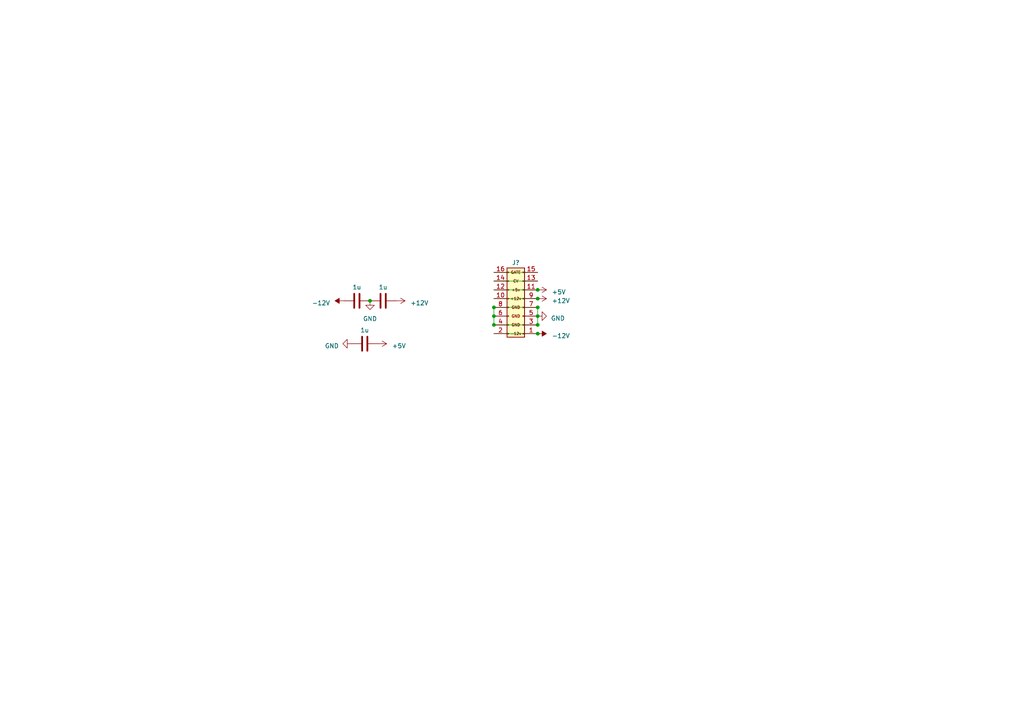
<source format=kicad_sch>
(kicad_sch (version 20230121) (generator eeschema)

  (uuid b7b6c31b-9558-4fd5-8543-c924aa78b4d6)

  (paper "A4")

  (lib_symbols
    (symbol "EuroRackTools:EuroPower16" (pin_names (offset 1.016) hide) (in_bom yes) (on_board yes)
      (property "Reference" "J" (at 1.27 10.16 0)
        (effects (font (size 1.27 1.27)))
      )
      (property "Value" "EuroPower16" (at 1.27 -12.7 0)
        (effects (font (size 1.27 1.27)) hide)
      )
      (property "Footprint" "Connector_IDC:IDC-Header_2x08_P2.54mm_Vertical_SMD" (at 1.524 -18.034 0)
        (effects (font (size 1.27 1.27)) hide)
      )
      (property "Datasheet" "~" (at 1.524 -15.367 0)
        (effects (font (size 1.27 1.27)) hide)
      )
      (property "lcsc" "C383608" (at 5.08 12.7 0)
        (effects (font (size 1.27 1.27)) hide)
      )
      (property "ki_keywords" "connector" (at 0 0 0)
        (effects (font (size 1.27 1.27)) hide)
      )
      (property "ki_description" "Generic connector, double row, 02x08, odd/even pin numbering scheme (row 1 odd numbers, row 2 even numbers), script generated (kicad-library-utils/schlib/autogen/connector/)" (at 0 0 0)
        (effects (font (size 1.27 1.27)) hide)
      )
      (property "ki_fp_filters" "Connector*:*_2x??_*" (at 0 0 0)
        (effects (font (size 1.27 1.27)) hide)
      )
      (symbol "EuroPower16_0_0"
        (text "+12v" (at 1.27 0 0)
          (effects (font (size 0.8 0.8)))
        )
        (text "+5v" (at 1.27 2.54 0)
          (effects (font (size 0.8 0.8)))
        )
        (text "-12v" (at 1.27 -10.16 0)
          (effects (font (size 0.8 0.8)))
        )
        (text "CV" (at 1.27 5.08 0)
          (effects (font (size 0.8 0.8)))
        )
        (text "GATE" (at 1.27 7.62 0)
          (effects (font (size 0.8 0.8)))
        )
        (text "GND" (at 1.27 -7.62 0)
          (effects (font (size 0.8 0.8)))
        )
        (text "GND" (at 1.27 -5.08 0)
          (effects (font (size 0.8 0.8)))
        )
        (text "GND" (at 1.27 -2.54 0)
          (effects (font (size 0.8 0.8)))
        )
      )
      (symbol "EuroPower16_1_1"
        (rectangle (start -1.27 -10.033) (end -0.762 -10.287)
          (stroke (width 0.1524) (type default))
          (fill (type none))
        )
        (rectangle (start -1.27 -7.493) (end -0.762 -7.747)
          (stroke (width 0.1524) (type default))
          (fill (type none))
        )
        (rectangle (start -1.27 -4.953) (end -0.762 -5.207)
          (stroke (width 0.1524) (type default))
          (fill (type none))
        )
        (rectangle (start -1.27 -2.413) (end -0.762 -2.667)
          (stroke (width 0.1524) (type default))
          (fill (type none))
        )
        (rectangle (start -1.27 0.127) (end -0.762 -0.127)
          (stroke (width 0.1524) (type default))
          (fill (type none))
        )
        (rectangle (start -1.27 2.667) (end -0.762 2.413)
          (stroke (width 0.1524) (type default))
          (fill (type none))
        )
        (rectangle (start -1.27 5.207) (end -0.762 4.953)
          (stroke (width 0.1524) (type default))
          (fill (type none))
        )
        (rectangle (start -1.27 7.747) (end -0.762 7.493)
          (stroke (width 0.1524) (type default))
          (fill (type none))
        )
        (rectangle (start -1.27 8.89) (end 3.81 -11.176)
          (stroke (width 0.254) (type default))
          (fill (type background))
        )
        (rectangle (start 3.302 -10.033) (end 3.81 -10.287)
          (stroke (width 0.1524) (type default))
          (fill (type none))
        )
        (rectangle (start 3.302 -7.493) (end 3.81 -7.747)
          (stroke (width 0.1524) (type default))
          (fill (type none))
        )
        (rectangle (start 3.302 -4.953) (end 3.81 -5.207)
          (stroke (width 0.1524) (type default))
          (fill (type none))
        )
        (rectangle (start 3.302 -2.413) (end 3.81 -2.667)
          (stroke (width 0.1524) (type default))
          (fill (type none))
        )
        (rectangle (start 3.302 0.127) (end 3.81 -0.127)
          (stroke (width 0.1524) (type default))
          (fill (type none))
        )
        (rectangle (start 3.302 2.667) (end 3.81 2.413)
          (stroke (width 0.1524) (type default))
          (fill (type none))
        )
        (rectangle (start 3.302 5.207) (end 3.81 4.953)
          (stroke (width 0.1524) (type default))
          (fill (type none))
        )
        (rectangle (start 3.302 7.747) (end 3.81 7.493)
          (stroke (width 0.1524) (type default))
          (fill (type none))
        )
        (pin power_out line (at 7.62 -10.16 180) (length 3.81)
          (name "-12v_R" (effects (font (size 1.27 1.27))))
          (number "1" (effects (font (size 1.27 1.27))))
        )
        (pin power_out line (at -5.08 0 0) (length 3.81)
          (name "+12V_L" (effects (font (size 1.27 1.27))))
          (number "10" (effects (font (size 1.27 1.27))))
        )
        (pin power_out line (at 7.62 2.54 180) (length 3.81)
          (name "+5v_R" (effects (font (size 1.27 1.27))))
          (number "11" (effects (font (size 1.27 1.27))))
        )
        (pin power_out line (at -5.08 2.54 0) (length 3.81)
          (name "+5v_L" (effects (font (size 1.27 1.27))))
          (number "12" (effects (font (size 1.27 1.27))))
        )
        (pin passive line (at 7.62 5.08 180) (length 3.81)
          (name "CV_R" (effects (font (size 1.27 1.27))))
          (number "13" (effects (font (size 1.27 1.27))))
        )
        (pin passive line (at -5.08 5.08 0) (length 3.81)
          (name "CV_L" (effects (font (size 1.27 1.27))))
          (number "14" (effects (font (size 1.27 1.27))))
        )
        (pin passive line (at 7.62 7.62 180) (length 3.81)
          (name "GATE_R" (effects (font (size 1.27 1.27))))
          (number "15" (effects (font (size 1.27 1.27))))
        )
        (pin passive line (at -5.08 7.62 0) (length 3.81)
          (name "GATE_L" (effects (font (size 1.27 1.27))))
          (number "16" (effects (font (size 1.27 1.27))))
        )
        (pin power_out line (at -5.08 -10.16 0) (length 3.81)
          (name "-12v_L" (effects (font (size 1.27 1.27))))
          (number "2" (effects (font (size 1.27 1.27))))
        )
        (pin power_out line (at 7.62 -7.62 180) (length 3.81)
          (name "GND" (effects (font (size 1.27 1.27))))
          (number "3" (effects (font (size 1.27 1.27))))
        )
        (pin power_out line (at -5.08 -7.62 0) (length 3.81)
          (name "GND" (effects (font (size 1.27 1.27))))
          (number "4" (effects (font (size 1.27 1.27))))
        )
        (pin power_out line (at 7.62 -5.08 180) (length 3.81)
          (name "GND_R3" (effects (font (size 1.27 1.27))))
          (number "5" (effects (font (size 1.27 1.27))))
        )
        (pin power_out line (at -5.08 -5.08 0) (length 3.81)
          (name "GND_L3" (effects (font (size 1.27 1.27))))
          (number "6" (effects (font (size 1.27 1.27))))
        )
        (pin power_out line (at 7.62 -2.54 180) (length 3.81)
          (name "GND_R2" (effects (font (size 1.27 1.27))))
          (number "7" (effects (font (size 1.27 1.27))))
        )
        (pin power_out line (at -5.08 -2.54 0) (length 3.81)
          (name "GND_L2" (effects (font (size 1.27 1.27))))
          (number "8" (effects (font (size 1.27 1.27))))
        )
        (pin power_out line (at 7.62 0 180) (length 3.81)
          (name "+12V_R" (effects (font (size 1.27 1.27))))
          (number "9" (effects (font (size 1.27 1.27))))
        )
      )
    )
    (symbol "kpm-jlcpcb-basic:1u C 0603" (pin_numbers hide) (pin_names (offset 0.254)) (in_bom yes) (on_board yes)
      (property "Reference" "C" (at -1.27 6.35 0)
        (effects (font (size 1.27 1.27)) hide)
      )
      (property "Value" "1u" (at -0.635 3.81 0)
        (effects (font (size 1.27 1.27)))
      )
      (property "Footprint" "kpm-jlcpcb-basic:C_0603_1608Metric" (at 13.97 1.27 90)
        (effects (font (size 1.27 1.27)) hide)
      )
      (property "Datasheet" "https://datasheet.lcsc.com/lcsc/1810261812_Samsung-Electro-Mechanics-CL10A105KB8NNNC_C15849.pdf" (at -6.35 6.35 90)
        (effects (font (size 1.27 1.27)) hide)
      )
      (property "LCSC" "C15849" (at -1.27 -1.905 0)
        (effects (font (size 1.27 1.27)) hide)
      )
      (property "ki_keywords" "C capacitor" (at 0 0 0)
        (effects (font (size 1.27 1.27)) hide)
      )
      (property "ki_description" "Samsung Electro-Mechanics CL10A105KB8NNNC" (at 0 0 0)
        (effects (font (size 1.27 1.27)) hide)
      )
      (property "ki_fp_filters" "R_*" (at 0 0 0)
        (effects (font (size 1.27 1.27)) hide)
      )
      (symbol "1u C 0603_0_1"
        (polyline
          (pts
            (xy -1.397 -2.667)
            (xy -1.397 1.397)
          )
          (stroke (width 0.508) (type default))
          (fill (type none))
        )
        (polyline
          (pts
            (xy 0.127 -2.667)
            (xy 0.127 1.397)
          )
          (stroke (width 0.508) (type default))
          (fill (type none))
        )
      )
      (symbol "1u C 0603_1_1"
        (pin passive line (at -4.445 -0.635 0) (length 2.794)
          (name "~" (effects (font (size 1.27 1.27))))
          (number "1" (effects (font (size 1.27 1.27))))
        )
        (pin passive line (at 3.175 -0.635 180) (length 2.794)
          (name "~" (effects (font (size 1.27 1.27))))
          (number "2" (effects (font (size 1.27 1.27))))
        )
      )
    )
    (symbol "power:+12V" (power) (pin_names (offset 0)) (in_bom yes) (on_board yes)
      (property "Reference" "#PWR" (at 0 -3.81 0)
        (effects (font (size 1.27 1.27)) hide)
      )
      (property "Value" "+12V" (at 0 3.556 0)
        (effects (font (size 1.27 1.27)))
      )
      (property "Footprint" "" (at 0 0 0)
        (effects (font (size 1.27 1.27)) hide)
      )
      (property "Datasheet" "" (at 0 0 0)
        (effects (font (size 1.27 1.27)) hide)
      )
      (property "ki_keywords" "global power" (at 0 0 0)
        (effects (font (size 1.27 1.27)) hide)
      )
      (property "ki_description" "Power symbol creates a global label with name \"+12V\"" (at 0 0 0)
        (effects (font (size 1.27 1.27)) hide)
      )
      (symbol "+12V_0_1"
        (polyline
          (pts
            (xy -0.762 1.27)
            (xy 0 2.54)
          )
          (stroke (width 0) (type default))
          (fill (type none))
        )
        (polyline
          (pts
            (xy 0 0)
            (xy 0 2.54)
          )
          (stroke (width 0) (type default))
          (fill (type none))
        )
        (polyline
          (pts
            (xy 0 2.54)
            (xy 0.762 1.27)
          )
          (stroke (width 0) (type default))
          (fill (type none))
        )
      )
      (symbol "+12V_1_1"
        (pin power_in line (at 0 0 90) (length 0) hide
          (name "+12V" (effects (font (size 1.27 1.27))))
          (number "1" (effects (font (size 1.27 1.27))))
        )
      )
    )
    (symbol "power:+5V" (power) (pin_names (offset 0)) (in_bom yes) (on_board yes)
      (property "Reference" "#PWR" (at 0 -3.81 0)
        (effects (font (size 1.27 1.27)) hide)
      )
      (property "Value" "+5V" (at 0 3.556 0)
        (effects (font (size 1.27 1.27)))
      )
      (property "Footprint" "" (at 0 0 0)
        (effects (font (size 1.27 1.27)) hide)
      )
      (property "Datasheet" "" (at 0 0 0)
        (effects (font (size 1.27 1.27)) hide)
      )
      (property "ki_keywords" "global power" (at 0 0 0)
        (effects (font (size 1.27 1.27)) hide)
      )
      (property "ki_description" "Power symbol creates a global label with name \"+5V\"" (at 0 0 0)
        (effects (font (size 1.27 1.27)) hide)
      )
      (symbol "+5V_0_1"
        (polyline
          (pts
            (xy -0.762 1.27)
            (xy 0 2.54)
          )
          (stroke (width 0) (type default))
          (fill (type none))
        )
        (polyline
          (pts
            (xy 0 0)
            (xy 0 2.54)
          )
          (stroke (width 0) (type default))
          (fill (type none))
        )
        (polyline
          (pts
            (xy 0 2.54)
            (xy 0.762 1.27)
          )
          (stroke (width 0) (type default))
          (fill (type none))
        )
      )
      (symbol "+5V_1_1"
        (pin power_in line (at 0 0 90) (length 0) hide
          (name "+5V" (effects (font (size 1.27 1.27))))
          (number "1" (effects (font (size 1.27 1.27))))
        )
      )
    )
    (symbol "power:-12V" (power) (pin_names (offset 0)) (in_bom yes) (on_board yes)
      (property "Reference" "#PWR" (at 0 2.54 0)
        (effects (font (size 1.27 1.27)) hide)
      )
      (property "Value" "-12V" (at 0 3.81 0)
        (effects (font (size 1.27 1.27)))
      )
      (property "Footprint" "" (at 0 0 0)
        (effects (font (size 1.27 1.27)) hide)
      )
      (property "Datasheet" "" (at 0 0 0)
        (effects (font (size 1.27 1.27)) hide)
      )
      (property "ki_keywords" "global power" (at 0 0 0)
        (effects (font (size 1.27 1.27)) hide)
      )
      (property "ki_description" "Power symbol creates a global label with name \"-12V\"" (at 0 0 0)
        (effects (font (size 1.27 1.27)) hide)
      )
      (symbol "-12V_0_0"
        (pin power_in line (at 0 0 90) (length 0) hide
          (name "-12V" (effects (font (size 1.27 1.27))))
          (number "1" (effects (font (size 1.27 1.27))))
        )
      )
      (symbol "-12V_0_1"
        (polyline
          (pts
            (xy 0 0)
            (xy 0 1.27)
            (xy 0.762 1.27)
            (xy 0 2.54)
            (xy -0.762 1.27)
            (xy 0 1.27)
          )
          (stroke (width 0) (type default))
          (fill (type outline))
        )
      )
    )
    (symbol "power:GND" (power) (pin_names (offset 0)) (in_bom yes) (on_board yes)
      (property "Reference" "#PWR" (at 0 -6.35 0)
        (effects (font (size 1.27 1.27)) hide)
      )
      (property "Value" "GND" (at 0 -3.81 0)
        (effects (font (size 1.27 1.27)))
      )
      (property "Footprint" "" (at 0 0 0)
        (effects (font (size 1.27 1.27)) hide)
      )
      (property "Datasheet" "" (at 0 0 0)
        (effects (font (size 1.27 1.27)) hide)
      )
      (property "ki_keywords" "global power" (at 0 0 0)
        (effects (font (size 1.27 1.27)) hide)
      )
      (property "ki_description" "Power symbol creates a global label with name \"GND\" , ground" (at 0 0 0)
        (effects (font (size 1.27 1.27)) hide)
      )
      (symbol "GND_0_1"
        (polyline
          (pts
            (xy 0 0)
            (xy 0 -1.27)
            (xy 1.27 -1.27)
            (xy 0 -2.54)
            (xy -1.27 -1.27)
            (xy 0 -1.27)
          )
          (stroke (width 0) (type default))
          (fill (type none))
        )
      )
      (symbol "GND_1_1"
        (pin power_in line (at 0 0 270) (length 0) hide
          (name "GND" (effects (font (size 1.27 1.27))))
          (number "1" (effects (font (size 1.27 1.27))))
        )
      )
    )
  )

  (junction (at 155.956 89.154) (diameter 0) (color 0 0 0 0)
    (uuid 2277ea08-3cc4-410c-b4cc-08f120190611)
  )
  (junction (at 143.256 89.154) (diameter 0) (color 0 0 0 0)
    (uuid 508ad54d-7924-4f1f-b0d6-9ef359bd6575)
  )
  (junction (at 155.956 91.694) (diameter 0) (color 0 0 0 0)
    (uuid 74107846-b626-42ad-a3b7-a751b87368d3)
  )
  (junction (at 143.256 91.694) (diameter 0) (color 0 0 0 0)
    (uuid 8166069d-c595-4f35-b92a-d471fbdb9594)
  )
  (junction (at 155.956 86.614) (diameter 0) (color 0 0 0 0)
    (uuid 8b47f14a-95c6-460e-8230-2177497d3d60)
  )
  (junction (at 155.956 96.774) (diameter 0) (color 0 0 0 0)
    (uuid a8c179e1-006b-4b30-bf79-7da3377aec34)
  )
  (junction (at 155.956 84.074) (diameter 0) (color 0 0 0 0)
    (uuid cdeb7fe1-99ac-4228-bf09-550ebb551e21)
  )
  (junction (at 143.256 94.234) (diameter 0) (color 0 0 0 0)
    (uuid d0aed141-4ae4-4133-9167-1e9744267719)
  )
  (junction (at 107.315 87.249) (diameter 0) (color 0 0 0 0)
    (uuid e1746dde-9710-426a-89f7-123f92b10449)
  )
  (junction (at 155.956 94.234) (diameter 0) (color 0 0 0 0)
    (uuid e8868eb2-5ee2-43fc-8af1-4c671d235473)
  )

  (wire (pts (xy 155.956 91.694) (xy 155.956 89.154))
    (stroke (width 0) (type default))
    (uuid 09a86bcb-1c46-4d6c-8d7f-b8960099df24)
  )
  (wire (pts (xy 143.256 96.774) (xy 155.956 96.774))
    (stroke (width 0) (type default))
    (uuid 2546b4ef-03d0-4b0c-8065-0af21411ec74)
  )
  (wire (pts (xy 143.256 78.994) (xy 155.956 78.994))
    (stroke (width 0) (type default))
    (uuid 2d726dfd-b26b-49a5-8155-c8c818d6022b)
  )
  (wire (pts (xy 143.256 84.074) (xy 155.956 84.074))
    (stroke (width 0) (type default))
    (uuid 36efe82f-b94e-4e00-b78e-0b84cfde170d)
  )
  (wire (pts (xy 143.256 91.694) (xy 143.256 94.234))
    (stroke (width 0) (type default))
    (uuid 73e6b664-43f2-4de6-b617-3a3e45e91d43)
  )
  (wire (pts (xy 143.256 86.614) (xy 155.956 86.614))
    (stroke (width 0) (type default))
    (uuid b105d6a5-1264-4569-be91-70abe7e0c59c)
  )
  (wire (pts (xy 143.256 89.154) (xy 143.256 91.694))
    (stroke (width 0) (type default))
    (uuid bd1729e4-1999-4686-9e05-f9280384746b)
  )
  (wire (pts (xy 155.956 89.154) (xy 143.256 89.154))
    (stroke (width 0) (type default))
    (uuid c1f1beeb-9193-4d79-9e91-fc9fd1eedd84)
  )
  (wire (pts (xy 143.256 81.534) (xy 155.956 81.534))
    (stroke (width 0) (type default))
    (uuid d4ea1865-5975-4776-9da2-c24662d3072e)
  )
  (wire (pts (xy 155.956 94.234) (xy 155.956 91.694))
    (stroke (width 0) (type default))
    (uuid daef28f4-347b-4136-9dc3-ecf41e4ecc51)
  )
  (wire (pts (xy 143.256 94.234) (xy 155.956 94.234))
    (stroke (width 0) (type default))
    (uuid edc5ab32-9309-4272-9b82-21b6a9b8eebf)
  )

  (symbol (lib_id "kpm-jlcpcb-basic:1u C 0603") (at 104.14 86.614 0) (unit 1)
    (in_bom yes) (on_board yes) (dnp no) (fields_autoplaced)
    (uuid 0b2315d1-d731-4bbf-8361-02d5cca3cfd5)
    (property "Reference" "C?" (at 102.87 80.264 0)
      (effects (font (size 1.27 1.27)) hide)
    )
    (property "Value" "1u" (at 103.505 83.312 0)
      (effects (font (size 1.27 1.27)))
    )
    (property "Footprint" "kpm-jlcpcb-basic:C_0603_1608Metric" (at 118.11 85.344 90)
      (effects (font (size 1.27 1.27)) hide)
    )
    (property "Datasheet" "https://datasheet.lcsc.com/lcsc/1810261812_Samsung-Electro-Mechanics-CL10A105KB8NNNC_C15849.pdf" (at 97.79 80.264 90)
      (effects (font (size 1.27 1.27)) hide)
    )
    (property "LCSC" "C15849" (at 102.87 88.519 0)
      (effects (font (size 1.27 1.27)) hide)
    )
    (pin "1" (uuid b0d5bea2-86fa-4709-951e-1c3f9475e660))
    (pin "2" (uuid ee2b4551-ee4f-4312-ac9e-3eccb2d57175))
    (instances
      (project "synth-subsheets"
        (path "/a4893583-2878-4d86-bdba-6b18e8bd6cd6/0f719f49-af48-49d6-b383-27d2659056a0"
          (reference "C?") (unit 1)
        )
      )
    )
  )

  (symbol (lib_id "power:GND") (at 101.981 99.695 270) (unit 1)
    (in_bom yes) (on_board yes) (dnp no) (fields_autoplaced)
    (uuid 1581eeaa-ba4b-4104-8c64-51499d547d4c)
    (property "Reference" "#PWR08" (at 95.631 99.695 0)
      (effects (font (size 1.27 1.27)) hide)
    )
    (property "Value" "GND" (at 98.298 100.33 90)
      (effects (font (size 1.27 1.27)) (justify right))
    )
    (property "Footprint" "" (at 101.981 99.695 0)
      (effects (font (size 1.27 1.27)) hide)
    )
    (property "Datasheet" "" (at 101.981 99.695 0)
      (effects (font (size 1.27 1.27)) hide)
    )
    (pin "1" (uuid 8a679741-27c3-4fce-ada6-87fe78c70617))
    (instances
      (project "synth-subsheets"
        (path "/a4893583-2878-4d86-bdba-6b18e8bd6cd6/0f719f49-af48-49d6-b383-27d2659056a0"
          (reference "#PWR08") (unit 1)
        )
      )
    )
  )

  (symbol (lib_id "power:+12V") (at 155.956 86.614 270) (unit 1)
    (in_bom yes) (on_board yes) (dnp no) (fields_autoplaced)
    (uuid 4a6038e1-eef7-4d7f-9bc1-2646bdd34e69)
    (property "Reference" "#PWR02" (at 152.146 86.614 0)
      (effects (font (size 1.27 1.27)) hide)
    )
    (property "Value" "+12V" (at 160.02 87.249 90)
      (effects (font (size 1.27 1.27)) (justify left))
    )
    (property "Footprint" "" (at 155.956 86.614 0)
      (effects (font (size 1.27 1.27)) hide)
    )
    (property "Datasheet" "" (at 155.956 86.614 0)
      (effects (font (size 1.27 1.27)) hide)
    )
    (pin "1" (uuid 398ea827-c832-4059-8258-3caf97504826))
    (instances
      (project "synth-subsheets"
        (path "/a4893583-2878-4d86-bdba-6b18e8bd6cd6/0f719f49-af48-49d6-b383-27d2659056a0"
          (reference "#PWR02") (unit 1)
        )
      )
    )
  )

  (symbol (lib_id "power:+5V") (at 109.601 99.695 270) (unit 1)
    (in_bom yes) (on_board yes) (dnp no) (fields_autoplaced)
    (uuid 4de22163-6351-4507-b409-4c9948d88abf)
    (property "Reference" "#PWR09" (at 105.791 99.695 0)
      (effects (font (size 1.27 1.27)) hide)
    )
    (property "Value" "+5V" (at 113.665 100.33 90)
      (effects (font (size 1.27 1.27)) (justify left))
    )
    (property "Footprint" "" (at 109.601 99.695 0)
      (effects (font (size 1.27 1.27)) hide)
    )
    (property "Datasheet" "" (at 109.601 99.695 0)
      (effects (font (size 1.27 1.27)) hide)
    )
    (pin "1" (uuid e7e06836-b058-46f1-bed9-4feab2f282d3))
    (instances
      (project "synth-subsheets"
        (path "/a4893583-2878-4d86-bdba-6b18e8bd6cd6/0f719f49-af48-49d6-b383-27d2659056a0"
          (reference "#PWR09") (unit 1)
        )
      )
    )
  )

  (symbol (lib_id "power:+5V") (at 155.956 84.074 270) (unit 1)
    (in_bom yes) (on_board yes) (dnp no) (fields_autoplaced)
    (uuid 5619ec02-911b-4536-8252-3b2361ec1f88)
    (property "Reference" "#PWR01" (at 152.146 84.074 0)
      (effects (font (size 1.27 1.27)) hide)
    )
    (property "Value" "+5V" (at 160.02 84.709 90)
      (effects (font (size 1.27 1.27)) (justify left))
    )
    (property "Footprint" "" (at 155.956 84.074 0)
      (effects (font (size 1.27 1.27)) hide)
    )
    (property "Datasheet" "" (at 155.956 84.074 0)
      (effects (font (size 1.27 1.27)) hide)
    )
    (pin "1" (uuid a60ad198-b253-4795-8218-50f1ccee2b35))
    (instances
      (project "synth-subsheets"
        (path "/a4893583-2878-4d86-bdba-6b18e8bd6cd6/0f719f49-af48-49d6-b383-27d2659056a0"
          (reference "#PWR01") (unit 1)
        )
      )
    )
  )

  (symbol (lib_id "power:-12V") (at 99.695 87.249 90) (unit 1)
    (in_bom yes) (on_board yes) (dnp no) (fields_autoplaced)
    (uuid 64ec57a8-da7a-4b05-991a-b21b3cb37be2)
    (property "Reference" "#PWR06" (at 97.155 87.249 0)
      (effects (font (size 1.27 1.27)) hide)
    )
    (property "Value" "-12V" (at 95.758 87.884 90)
      (effects (font (size 1.27 1.27)) (justify left))
    )
    (property "Footprint" "" (at 99.695 87.249 0)
      (effects (font (size 1.27 1.27)) hide)
    )
    (property "Datasheet" "" (at 99.695 87.249 0)
      (effects (font (size 1.27 1.27)) hide)
    )
    (pin "1" (uuid 172c7558-372e-4746-9bce-d564813f6d6a))
    (instances
      (project "synth-subsheets"
        (path "/a4893583-2878-4d86-bdba-6b18e8bd6cd6/0f719f49-af48-49d6-b383-27d2659056a0"
          (reference "#PWR06") (unit 1)
        )
      )
    )
  )

  (symbol (lib_id "kpm-jlcpcb-basic:1u C 0603") (at 106.426 99.06 0) (unit 1)
    (in_bom yes) (on_board yes) (dnp no) (fields_autoplaced)
    (uuid 6ab359a5-1659-445f-8b83-304e23844ff5)
    (property "Reference" "C?" (at 105.156 92.71 0)
      (effects (font (size 1.27 1.27)) hide)
    )
    (property "Value" "1u" (at 105.791 95.758 0)
      (effects (font (size 1.27 1.27)))
    )
    (property "Footprint" "kpm-jlcpcb-basic:C_0603_1608Metric" (at 120.396 97.79 90)
      (effects (font (size 1.27 1.27)) hide)
    )
    (property "Datasheet" "https://datasheet.lcsc.com/lcsc/1810261812_Samsung-Electro-Mechanics-CL10A105KB8NNNC_C15849.pdf" (at 100.076 92.71 90)
      (effects (font (size 1.27 1.27)) hide)
    )
    (property "LCSC" "C15849" (at 105.156 100.965 0)
      (effects (font (size 1.27 1.27)) hide)
    )
    (pin "1" (uuid bad13c1d-56ca-46de-977b-d3c53733cded))
    (pin "2" (uuid 29676de7-22d3-4f44-b175-c8d5bdf6823a))
    (instances
      (project "synth-subsheets"
        (path "/a4893583-2878-4d86-bdba-6b18e8bd6cd6/0f719f49-af48-49d6-b383-27d2659056a0"
          (reference "C?") (unit 1)
        )
      )
    )
  )

  (symbol (lib_id "power:GND") (at 155.956 91.694 90) (unit 1)
    (in_bom yes) (on_board yes) (dnp no) (fields_autoplaced)
    (uuid 7fcc0f26-fe5c-45b0-987a-d81c78bb4e3c)
    (property "Reference" "#PWR03" (at 162.306 91.694 0)
      (effects (font (size 1.27 1.27)) hide)
    )
    (property "Value" "GND" (at 159.766 92.329 90)
      (effects (font (size 1.27 1.27)) (justify right))
    )
    (property "Footprint" "" (at 155.956 91.694 0)
      (effects (font (size 1.27 1.27)) hide)
    )
    (property "Datasheet" "" (at 155.956 91.694 0)
      (effects (font (size 1.27 1.27)) hide)
    )
    (pin "1" (uuid 5f33131d-7d9f-4ace-9cb3-09f6e5415e5f))
    (instances
      (project "synth-subsheets"
        (path "/a4893583-2878-4d86-bdba-6b18e8bd6cd6/0f719f49-af48-49d6-b383-27d2659056a0"
          (reference "#PWR03") (unit 1)
        )
      )
    )
  )

  (symbol (lib_id "EuroRackTools:EuroPower16") (at 148.336 86.614 0) (unit 1)
    (in_bom yes) (on_board yes) (dnp no) (fields_autoplaced)
    (uuid 9a1470bd-75f9-4424-85e1-3d3a2b28882a)
    (property "Reference" "J?" (at 149.606 76.2 0)
      (effects (font (size 1.27 1.27)))
    )
    (property "Value" "EuroPower16" (at 149.606 99.314 0)
      (effects (font (size 1.27 1.27)) hide)
    )
    (property "Footprint" "Connector_IDC:IDC-Header_2x08_P2.54mm_Vertical_SMD" (at 149.86 104.648 0)
      (effects (font (size 1.27 1.27)) hide)
    )
    (property "Datasheet" "~" (at 149.86 101.981 0)
      (effects (font (size 1.27 1.27)) hide)
    )
    (property "lcsc" "C383608" (at 153.416 73.914 0)
      (effects (font (size 1.27 1.27)) hide)
    )
    (pin "1" (uuid 9849b91e-04ac-4b09-93c0-9d336c599068))
    (pin "10" (uuid c3ada517-5391-4d2a-ba28-587806850d1e))
    (pin "11" (uuid 52d5d13a-0fd8-4157-b45d-5e91b64234ff))
    (pin "12" (uuid 7dc44257-994f-4e79-a1ce-8bf4aa488cd0))
    (pin "13" (uuid 7e73674c-83b2-476d-addb-2f2c62fc88d9))
    (pin "14" (uuid e5d4e51c-87c2-485e-8f02-c1050b8b6a0a))
    (pin "15" (uuid ec64fb1d-ce68-4f44-b78e-7a098a158640))
    (pin "16" (uuid 06259fa3-1c69-4a9f-b716-79805925a32e))
    (pin "2" (uuid 387895fd-833f-47f0-b553-5b89d60cd4e1))
    (pin "3" (uuid 60cbd013-4a39-4a45-9f6e-7f084752522b))
    (pin "4" (uuid 90946935-e817-418a-a6b2-744ac378b31c))
    (pin "5" (uuid fd5fcfd3-2672-4324-89c4-4ceca6337080))
    (pin "6" (uuid c6b511f3-e635-4c0c-9b3b-1432b8d2b978))
    (pin "7" (uuid 4ca54590-a1e4-44ac-8d5f-a56aaba27227))
    (pin "8" (uuid a205ca28-51bf-4338-bf97-644e96401eb6))
    (pin "9" (uuid 05aeca6c-f976-4f9d-b0fb-5185de2fc8b9))
    (instances
      (project "synth-subsheets"
        (path "/a4893583-2878-4d86-bdba-6b18e8bd6cd6/0f719f49-af48-49d6-b383-27d2659056a0"
          (reference "J?") (unit 1)
        )
      )
    )
  )

  (symbol (lib_id "power:-12V") (at 155.956 96.774 270) (unit 1)
    (in_bom yes) (on_board yes) (dnp no) (fields_autoplaced)
    (uuid acde739b-aa49-453f-a619-5b7c5caa8cda)
    (property "Reference" "#PWR04" (at 158.496 96.774 0)
      (effects (font (size 1.27 1.27)) hide)
    )
    (property "Value" "-12V" (at 160.02 97.409 90)
      (effects (font (size 1.27 1.27)) (justify left))
    )
    (property "Footprint" "" (at 155.956 96.774 0)
      (effects (font (size 1.27 1.27)) hide)
    )
    (property "Datasheet" "" (at 155.956 96.774 0)
      (effects (font (size 1.27 1.27)) hide)
    )
    (pin "1" (uuid 9e46c489-5bea-4b08-88a1-5602a22620ba))
    (instances
      (project "synth-subsheets"
        (path "/a4893583-2878-4d86-bdba-6b18e8bd6cd6/0f719f49-af48-49d6-b383-27d2659056a0"
          (reference "#PWR04") (unit 1)
        )
      )
    )
  )

  (symbol (lib_id "kpm-jlcpcb-basic:1u C 0603") (at 111.76 86.614 0) (unit 1)
    (in_bom yes) (on_board yes) (dnp no) (fields_autoplaced)
    (uuid b8293d4e-521e-442d-98e4-10a9fcaa40ba)
    (property "Reference" "C?" (at 110.49 80.264 0)
      (effects (font (size 1.27 1.27)) hide)
    )
    (property "Value" "1u" (at 111.125 83.312 0)
      (effects (font (size 1.27 1.27)))
    )
    (property "Footprint" "kpm-jlcpcb-basic:C_0603_1608Metric" (at 125.73 85.344 90)
      (effects (font (size 1.27 1.27)) hide)
    )
    (property "Datasheet" "https://datasheet.lcsc.com/lcsc/1810261812_Samsung-Electro-Mechanics-CL10A105KB8NNNC_C15849.pdf" (at 105.41 80.264 90)
      (effects (font (size 1.27 1.27)) hide)
    )
    (property "LCSC" "C15849" (at 110.49 88.519 0)
      (effects (font (size 1.27 1.27)) hide)
    )
    (pin "1" (uuid ebe815f8-f8a6-4a69-b222-c8ca0620b354))
    (pin "2" (uuid 7a515b1c-838c-4084-97c9-c93acecf64ad))
    (instances
      (project "synth-subsheets"
        (path "/a4893583-2878-4d86-bdba-6b18e8bd6cd6/0f719f49-af48-49d6-b383-27d2659056a0"
          (reference "C?") (unit 1)
        )
      )
    )
  )

  (symbol (lib_id "power:GND") (at 107.315 87.249 0) (unit 1)
    (in_bom yes) (on_board yes) (dnp no) (fields_autoplaced)
    (uuid d90376e6-374f-409e-af35-e3614f9420fe)
    (property "Reference" "#PWR07" (at 107.315 93.599 0)
      (effects (font (size 1.27 1.27)) hide)
    )
    (property "Value" "GND" (at 107.315 92.456 0)
      (effects (font (size 1.27 1.27)))
    )
    (property "Footprint" "" (at 107.315 87.249 0)
      (effects (font (size 1.27 1.27)) hide)
    )
    (property "Datasheet" "" (at 107.315 87.249 0)
      (effects (font (size 1.27 1.27)) hide)
    )
    (pin "1" (uuid 75fd7d95-744e-4923-8dc1-d32627616554))
    (instances
      (project "synth-subsheets"
        (path "/a4893583-2878-4d86-bdba-6b18e8bd6cd6/0f719f49-af48-49d6-b383-27d2659056a0"
          (reference "#PWR07") (unit 1)
        )
      )
    )
  )

  (symbol (lib_id "power:+12V") (at 114.935 87.249 270) (unit 1)
    (in_bom yes) (on_board yes) (dnp no) (fields_autoplaced)
    (uuid fb00b879-721b-4ce9-9f36-85a5306b3e1e)
    (property "Reference" "#PWR05" (at 111.125 87.249 0)
      (effects (font (size 1.27 1.27)) hide)
    )
    (property "Value" "+12V" (at 118.999 87.884 90)
      (effects (font (size 1.27 1.27)) (justify left))
    )
    (property "Footprint" "" (at 114.935 87.249 0)
      (effects (font (size 1.27 1.27)) hide)
    )
    (property "Datasheet" "" (at 114.935 87.249 0)
      (effects (font (size 1.27 1.27)) hide)
    )
    (pin "1" (uuid 7fe2e618-67f8-44c3-aef2-3f5e4ed3f2f2))
    (instances
      (project "synth-subsheets"
        (path "/a4893583-2878-4d86-bdba-6b18e8bd6cd6/0f719f49-af48-49d6-b383-27d2659056a0"
          (reference "#PWR05") (unit 1)
        )
      )
    )
  )
)

</source>
